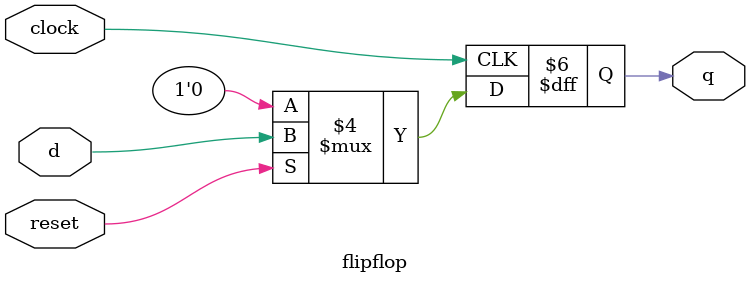
<source format=v>


module shifter(SW,LEDR, KEY);
  input [9:0] SW;
  input [3:0] KEY;
  output [7:0] LEDR;

  shifter8 s8s(
    .ASR(KEY[3]),
    .LoadVal(SW[7:0]),
    .ShiftRight(KEY[2]),
    .Load_n(KEY[1]),
    .clk(KEY[0]),
    .reset_n(SW[9]),
    .shift_out(LEDR[7:0])
    );
endmodule // total_thing

module shifter8(ASR, LoadVal, ShiftRight, Load_n, clk, reset_n, shift_out);
  input ASR;
  input [7:0] LoadVal;
  input ShiftRight;
  input Load_n;
  input clk;
  input reset_n;
  output [7:0] shift_out;

  wire asr_shift;

  mux2to1 asr(
    .x(ASR),
    .y(shift_out[7]),
    .s(ASR),
    .m(asr_shift)
    );

  shift sb7 (
		.s_loadval(LoadVal[7]),
		.s_in(asr_shift),
		.s_out(shift_out[7]),
    .s_shift(ShiftRight),
		.s_load_n(Load_n),
		.s_clk(clk),
		.s_reset_n(reset_n)
	);

  shift sb6 (
		.s_loadval(LoadVal[6]),
		.s_in(shift_out[7]),
		.s_out(shift_out[6]),
    .s_shift(ShiftRight),
		.s_load_n(Load_n),
		.s_clk(clk),
		.s_reset_n(reset_n)
	);

  shift sb5 (
		.s_loadval(LoadVal[5]),
		.s_in(shift_out[6]),
		.s_out(shift_out[5]),
    .s_shift(ShiftRight),
		.s_load_n(Load_n),
		.s_clk(clk),
		.s_reset_n(reset_n)
	);

  shift sb4 (
		.s_loadval(LoadVal[4]),
		.s_in(shift_out[5]),
		.s_out(shift_out[4]),
    .s_shift(ShiftRight),
		.s_load_n(Load_n),
		.s_clk(clk),
		.s_reset_n(reset_n)
	);

  shift sb3 (
		.s_loadval(LoadVal[3]),
		.s_in(shift_out[4]),
		.s_out(shift_out[3]),
    .s_shift(ShiftRight),
		.s_load_n(Load_n),
		.s_clk(clk),
		.s_reset_n(reset_n)
	);

  shift sb2 (
		.s_loadval(LoadVal[2]),
		.s_in(shift_out[3]),
		.s_out(shift_out[2]),
    .s_shift(ShiftRight),
		.s_load_n(Load_n),
		.s_clk(clk),
		.s_reset_n(reset_n)
	);

  shift sb1 (
		.s_loadval(LoadVal[1]),
		.s_in(shift_out[2]),
		.s_out(shift_out[1]),
    .s_shift(ShiftRight),
		.s_load_n(Load_n),
		.s_clk(clk),
		.s_reset_n(reset_n)
	);

  shift sb0 (
		.s_loadval(LoadVal[0]),
		.s_in(shift_out[1]),
		.s_out(shift_out[0]),
    .s_shift(ShiftRight),
		.s_load_n(Load_n),
		.s_clk(clk),
		.s_reset_n(reset_n)
	);

endmodule // shifter8

module shift(s_loadval,s_in,s_out,s_shift,s_load_n,s_clk,s_reset_n);
  input s_loadval;
  input s_in;
  output s_out;
  input s_shift;
  input s_load_n;
  input s_clk;
  input s_reset_n;

  wire mux_mux;
  wire mux_flop;

  mux2to1 m0 (
    .x(s_out),                // output fed back into input
    .y(s_in),                 // input from other shifter
    .s(s_shift),              // ShiftRight
    .m(mux_mux)               // output to second mux
    );
  mux2to1 m1 (
    .x(s_loadval),            // parallel load value
    .y(mux_mux),              // input from 1st mux
    .s(s_load_n),
    .m(mux_flop)              // output to flipflop
    );

  flipflop f0 (
    .d(mux_flop),             // input to flip−flop
    .q(s_out),                // output from flip −flop
    .clock(s_clk),            // clock signal
    .reset(s_reset_n)         // synchronous active low reset
    );
endmodule // shift

module mux2to1(x,y,s,m);
  input x; //selected when s is 0
  input y; //selected when s is 1
  input s; //select signal
  output m; //output

  assign m = s & y | ~s & x;
endmodule // mux2to1

module flipflop(d,q,clock,reset);
  input d;
  output q;
  input clock;
  input reset;
  reg q;

  always @(posedge clock) // Triggered every time clock rises
  begin
    if (reset == 1'b0)      // When reset is 0
                            // Note this is tested on every rising clock edge
      q <= 0 ;              // Set q to 0 .
    else                    // When resetn is not 0
      q <= d ;              // Store the value of d in q
  end
endmodule // flipflop

</source>
